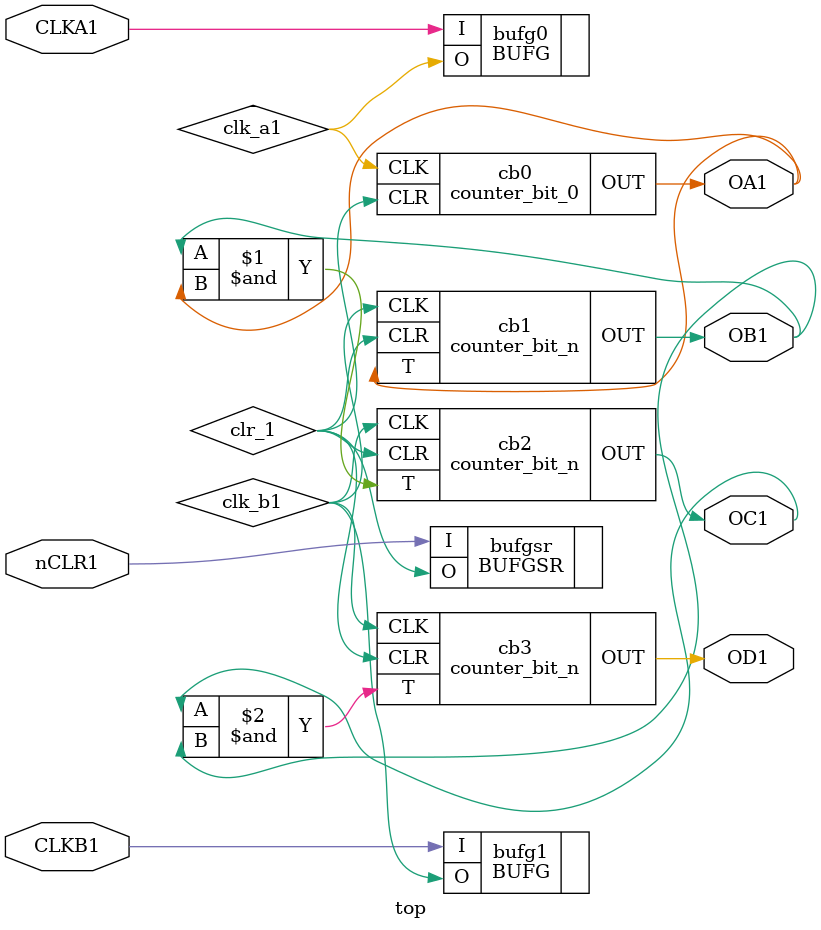
<source format=v>

/*
 * 74x69: Dual 4-bit binary counter.
 */

//`define USE_XC2
`define USE_T_FLIPFLOP
`define USE_BUFG
`define USE_BUFGSR

module xc2_buf(input I, output O);
   wire pta_or;
   wire or_xor;
   wire xor_out;

   ANDTERM #(.COMP_INP(0), .TRUE_INP(1)) pterm(.IN_B(), .IN({I}), .OUT(pta_or));
   ORTERM #(.WIDTH(1))                   mc_or(.IN(pta_or), .OUT(or_xor));
   MACROCELL_XOR #(.INVERT_OUT(0))       mc_xor(.IN_ORTERM(or_xor), .OUT(xor_out));

   assign O = xor_out;
endmodule

module xc2_inv(input I, output O);
   wire pta_or;
   wire or_xor;
   wire xor_out;

   ANDTERM #(.COMP_INP(0), .TRUE_INP(1)) pterm(.IN_B(), .IN({I}), .OUT(pta_or));
   ORTERM #(.WIDTH(1))                   mc_or(.IN(pta_or), .OUT(or_xor));
   MACROCELL_XOR #(.INVERT_OUT(1))       mc_xor(.IN_ORTERM(or_xor), .OUT(xor_out));

   assign O = xor_out;
endmodule

module xc2_and(input A, input B, output O);
   wire pta_or;
   wire or_xor;
   wire xor_out;

   ANDTERM #(.COMP_INP(0), .TRUE_INP(2)) pterm(.IN_B(), .IN({A, B}), .OUT(pta_or));
   ORTERM #(.WIDTH(1))                   mc_or(.IN(pta_or), .OUT(or_xor));
   MACROCELL_XOR #(.INVERT_OUT(0))       mc_xor(.IN_ORTERM(or_xor), .OUT(xor_out));

   assign O = xor_out;
endmodule

module xc2_or(input A, input B, output O);
   wire pta_or;
   wire ptb_or;
   wire or_xor;
   wire xor_out;

   ANDTERM #(.COMP_INP(0), .TRUE_INP(1)) pterm1(.IN_B(), .IN({A}), .OUT(pta_or));
   ANDTERM #(.COMP_INP(0), .TRUE_INP(1)) pterm1(.IN_B(), .IN({B}), .OUT(ptb_or));
   ORTERM #(.WIDTH(2))                   mc_or(.IN({pta_or, ptb_or}), .OUT(or_xor));
   MACROCELL_XOR #(.INVERT_OUT(0))       mc_xor(.IN_ORTERM(or_xor), .OUT(xor_out));

   assign O = xor_out;
endmodule

module xc2_xor(input A, input B, output O);
   wire pto_or;
   wire or_xor;
   wire ptc_xor;
   wire xor_ff;

   ANDTERM #(.COMP_INP(0), .TRUE_INP(1)) pto(.IN_B(), .IN({A}), .OUT(pto_or));
   ORTERM #(.WIDTH(1))                   mc_or(.IN(pto_or), .OUT(or_xor));
   ANDTERM #(.COMP_INP(0), .TRUE_INP(1)) ptc(.IN_B(), .IN({B}), .OUT(ptc_xor));
   MACROCELL_XOR #(.INVERT_OUT(0))       mc_xor(.IN_ORTERM(or_xor), .IN_PTC(ptc_xor), .OUT(O));
endmodule

module counter_bit_0(input CLK, input CLR, output OUT);
   wire toggle;

`ifdef USE_XC2
   xc2_buf x2_buf(.I(OUT), .O(toggle));
`else
   assign toggle = OUT;
`endif

   FTCP #(.INIT(0)) mc(.C(CLK), .PRE(0), .CLR(CLR), .T(toggle), .Q(OUT));
endmodule

module counter_bit_n(input T, input CLK, input CLR, output OUT);
   wire ff_d;
   wire ff_q;

`ifdef USE_T_FLIPFLOP
`ifdef USE_XC2
   xc2_buf xc2buf(.I(T), .O(ff_d));
`else
   assign ff_d = T;
`endif
   FTCP #(.INIT(0)) mc(.C(CLK), .PRE(0), .CLR(CLR), .T(ff_d), .Q(ff_q));
`else
`ifdef USE_XC2
   xc2_xor xc2xor(.A(T), .B(ff_q), .O(ff_d));
`else
   assign ff_d = T ^ ff_q;
`endif

   FDCP #(.INIT(0)) mc(.C(CLK), .PRE(0), .CLR(CLR), .D(ff_d), .Q(ff_q));
`endif // !`ifdef USE_T_FLIPFLOP

   assign PTERM = pto_or;
   assign OUT = ff_q;
endmodule

module top(CLKA1, OA1, OB1, OC1, OD1, nCLR1, CLKB1,
           //CLKA2, OA2, OB2, OC2, OD2, NCLR2, CLKB2,
           );

   // Clocks
   (* LOC = "FB2_5" *) input CLKA1;
   (* LOC = "FB2_7" *) input CLKB1;
   // Clears
   (* LOC = "FB1_8" *) input nCLR1;


   wire  clk_a1;
   wire  clk_b1;
   wire  clr_1;

   `ifdef USE_BUFG
   BUFG bufg0(.I(CLKA1), .O(clk_a1));
   BUFG bufg1(.I(CLKB1), .O(clk_b1));
   `else
   assign clk_a1 = CLKA1;
   assign clk_b1 = CLKB1;
   `endif
   `ifdef USE_BUFGSR
   BUFGSR #(.INVERT(1)) bufgsr(.I(nCLR1), .O(clr_1));
   `else
   assign clr_1 = !nCLR1;
   `endif

   //(* LOC = "FB2_7" *) input CLKA2;
   //(* LOC = "FB2_8" *) input CLKB2;

   (* LOC = "FB1_1" *) output OA1;
   (* LOC = "FB1_2" *) output OB1;
   (* LOC = "FB1_3" *) output OC1;
   (* LOC = "FB1_4" *) output OD1;

   counter_bit_0 cb0(.CLK(clk_a1), .CLR(clr_1), .OUT(OA1));
   counter_bit_n cb1(.CLK(clk_b1), .CLR(clr_1), .OUT(OB1), .T(OA1));
   counter_bit_n cb2(.CLK(clk_b1), .CLR(clr_1), .OUT(OC1), .T(OB1 & OA1));
   counter_bit_n cb3(.CLK(clk_b1), .CLR(clr_1), .OUT(OD1), .T(OC1 & OB1));

endmodule

</source>
